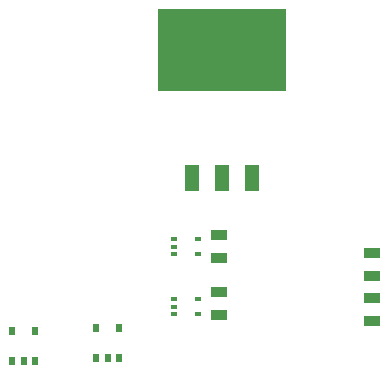
<source format=gtp>
G04 (created by PCBNEW (2012-nov-02)-testing) date Mon 04 Feb 2013 05:38:42 PM EST*
%MOIN*%
G04 Gerber Fmt 3.4, Leading zero omitted, Abs format*
%FSLAX34Y34*%
G01*
G70*
G90*
G04 APERTURE LIST*
%ADD10C,0.006*%
%ADD11R,0.045X0.09*%
%ADD12R,0.4252X0.2755*%
%ADD13R,0.02X0.03*%
%ADD14R,0.055X0.035*%
%ADD15R,0.02X0.012*%
G04 APERTURE END LIST*
G54D10*
G54D11*
X7000Y9000D03*
G54D12*
X8000Y13250D03*
G54D11*
X9000Y9000D03*
X8000Y9000D03*
G54D13*
X1025Y2900D03*
X1775Y2900D03*
X1025Y3900D03*
X1400Y2900D03*
X1775Y3900D03*
X3825Y3000D03*
X4575Y3000D03*
X3825Y4000D03*
X4200Y3000D03*
X4575Y4000D03*
G54D14*
X7900Y6325D03*
X7900Y7075D03*
X7900Y5175D03*
X7900Y4425D03*
X13000Y4975D03*
X13000Y4225D03*
X13000Y5725D03*
X13000Y6475D03*
G54D15*
X6400Y6950D03*
X6400Y6450D03*
X7200Y6950D03*
X6400Y6700D03*
X7200Y6450D03*
X6400Y4950D03*
X6400Y4450D03*
X7200Y4950D03*
X6400Y4700D03*
X7200Y4450D03*
M02*

</source>
